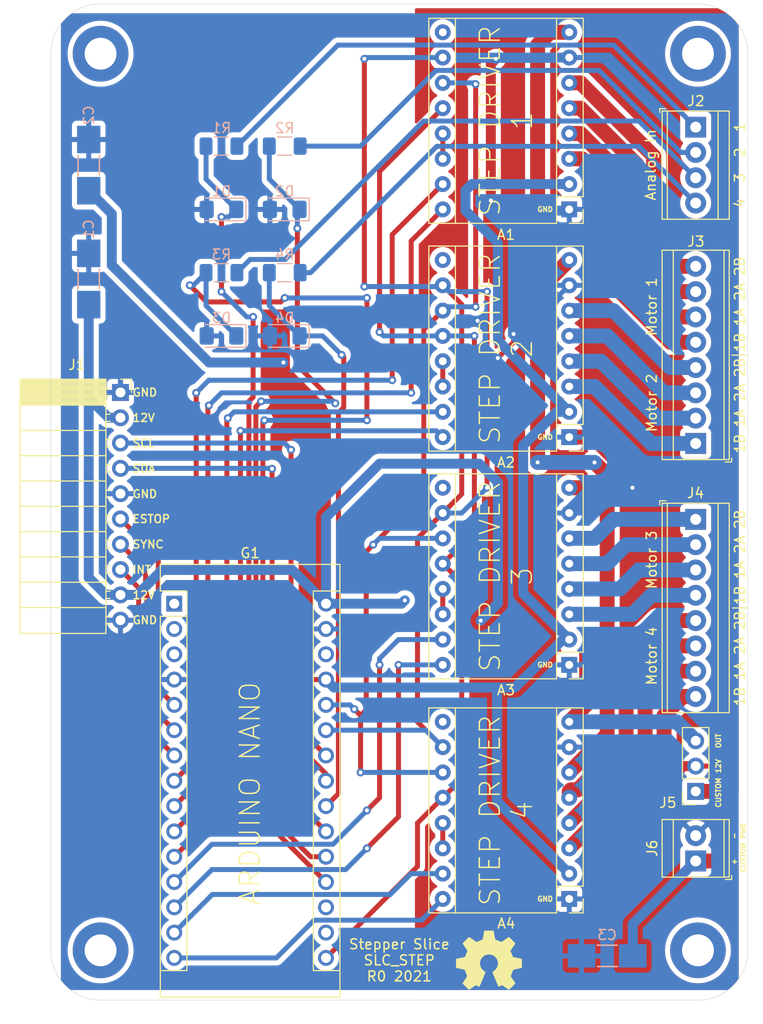
<source format=kicad_pcb>
(kicad_pcb (version 20240108) (generator "pcbnew") (generator_version "8.0")
  (layers (0 "F.Cu" signal) (31 "B.Cu" signal) (34 "B.Paste" user) (35 "F.Paste" user) (36 "B.SilkS" user "B.Silkscreen") (37 "F.SilkS" user "F.Silkscreen") (38 "B.Mask" user) (39 "F.Mask" user) (44 "Edge.Cuts" user))
  (net 0 "")
  (net 1 "GND")
  (net 2 "Net-(A1-Pad13)")
  (net 3 "+5V")
  (net 4 "Net-(A1-Pad9)")
  (net 5 "/I2C_CLK")
  (net 6 "/I2C_DAT")
  (net 7 "/SYNC")
  (net 8 "/E_STOP")
  (net 9 "+12V")
  (net 10 "/INT")
  (net 11 "/DR_1")
  (net 12 "/ST_1")
  (net 13 "/1_2B")
  (net 14 "/1_2A")
  (net 15 "/MS3")
  (net 16 "/1_1A")
  (net 17 "/MS2")
  (net 18 "/1_1B")
  (net 19 "/MS1")
  (net 20 "/DR_2")
  (net 21 "/ST_2")
  (net 22 "Net-(A2-Pad13)")
  (net 23 "/2_2B")
  (net 24 "/2_2A")
  (net 25 "/2_1A")
  (net 26 "/2_1B")
  (net 27 "Net-(A2-Pad9)")
  (net 28 "/DR_3")
  (net 29 "/ST_3")
  (net 30 "Net-(A3-Pad13)")
  (net 31 "/3_2B")
  (net 32 "/3_2A")
  (net 33 "/3_1A")
  (net 34 "/3_1B")
  (net 35 "Net-(A3-Pad9)")
  (net 36 "/DR_4")
  (net 37 "/ST_4")
  (net 38 "Net-(A4-Pad13)")
  (net 39 "/4_2B")
  (net 40 "/4_2A")
  (net 41 "/4_1A")
  (net 42 "/4_1B")
  (net 43 "Net-(A4-Pad9)")
  (net 44 "Net-(G1-Pad1)")
  (net 45 "Net-(G1-Pad17)")
  (net 46 "Net-(G1-Pad2)")
  (net 47 "Net-(G1-Pad18)")
  (net 48 "Net-(G1-Pad3)")
  (net 49 "/AG_1")
  (net 50 "/AG_2")
  (net 51 "/AG_3")
  (net 52 "/AG_4")
  (net 53 "Net-(G1-Pad28)")
  (net 54 "/A_IN4")
  (net 55 "/A_IN3")
  (net 56 "/A_IN2")
  (net 57 "/A_IN1")
  (net 58 "/M_POWER")
  (net 59 "Net-(C3-Pad1)")
  (footprint "MountingHole:MountingHole_3.2mm_M3_DIN965_Pad" (layer "F.Cu") (at 127.6 44.8)
    (property "Reference" "H1" (hide yes))
    (property "Value" "MountingHole")
  )
  (footprint "MountingHole:MountingHole_3.2mm_M3_DIN965_Pad" (layer "F.Cu") (at 187.6 44.8)
    (property "Reference" "H2" (hide yes))
    (property "Value" "MountingHole")
  )
  (footprint "MountingHole:MountingHole_3.2mm_M3_DIN965_Pad" (layer "F.Cu") (at 127.6 134.8)
    (property "Reference" "H3" (hide yes))
    (property "Value" "MountingHole")
  )
  (footprint "MountingHole:MountingHole_3.2mm_M3_DIN965_Pad" (layer "F.Cu") (at 187.6 134.8)
    (property "Reference" "H4" (hide yes))
    (property "Value" "MountingHole")
  )
  (footprint "Module:Arduino_Nano" (layer "F.Cu") (at 135 100)
    (property "Reference" "G1")
    (property "Value" "Arduino_Nano_v3.x")
  )
  (footprint "Connector_PinSocket_2.54mm:PinSocket_1x10_P2.54mm_Horizontal" (layer "F.Cu") (at 129.6 78.8)
    (property "Reference" "J1")
    (property "Value" "Conn_01x10_Female")
  )
  (footprint "Symbol:OSHW-Symbol_6.7x6mm_SilkScreen" (layer "F.Cu") (at 166.6 135.8)
    (property "Reference" "Logo1" (hide yes))
    (property "Value" "Logo_Open_Hardware_Small" (hide yes))
  )
  (footprint "Module:Pololu_Breakout-16_15.2x20.3mm" (layer "F.Cu") (at 174.67 60.425 180)
    (property "Reference" "A1")
    (property "Value" "Pololu_Breakout_A4988")
  )
  (footprint "Module:Pololu_Breakout-16_15.2x20.3mm" (layer "F.Cu") (at 174.67 83.285 180)
    (property "Reference" "A2")
    (property "Value" "Pololu_Breakout_A4988")
  )
  (footprint "Module:Pololu_Breakout-16_15.2x20.3mm" (layer "F.Cu") (at 174.67 106.145 180)
    (property "Reference" "A3")
    (property "Value" "Pololu_Breakout_A4988")
  )
  (footprint "Module:Pololu_Breakout-16_15.2x20.3mm" (layer "F.Cu") (at 174.67 129.64 180)
    (property "Reference" "A4")
    (property "Value" "Pololu_Breakout_A4988")
  )
  (footprint "TerminalBlock_TE-Connectivity:TerminalBlock_TE_282834-4_1x04_P2.54mm_Horizontal" (layer "F.Cu") (at 187.37 52.17 -90)
    (property "Reference" "J2")
    (property "Value" "Screw_Terminal_01x04")
  )
  (footprint "TerminalBlock_TE-Connectivity:TerminalBlock_TE_282834-8_1x08_P2.54mm_Horizontal" (layer "F.Cu") (at 187.37 83.92 90)
    (property "Reference" "J3")
    (property "Value" "Screw_Terminal_01x08")
  )
  (footprint "TerminalBlock_TE-Connectivity:TerminalBlock_TE_282834-8_1x08_P2.54mm_Horizontal" (layer "F.Cu") (at 187.37 91.54 -90)
    (property "Reference" "J4")
    (property "Value" "Screw_Terminal_01x08")
  )
  (footprint "Connector_PinSocket_2.54mm:PinSocket_1x03_P2.54mm_Vertical" (layer "F.Cu") (at 187.37 118.845 180)
    (property "Reference" "J5")
    (property "Value" "Conn_01x03_Male")
  )
  (footprint "TerminalBlock_TE-Connectivity:TerminalBlock_TE_282834-2_1x02_P2.54mm_Horizontal" (layer "F.Cu") (at 187.37 125.83 90)
    (property "Reference" "J6")
    (property "Value" "Screw_Terminal_01x02")
  )
  (footprint "OCI_UPL_FOOTPRINTS:C_2312" (layer "B.Cu") (at 126.41 55.98 90)
    (property "Reference" "C2")
    (property "Value" "10uF_t")
  )
  (footprint "OCI_UPL_FOOTPRINTS:C_2312" (layer "B.Cu") (at 126.41 67.41 90)
    (property "Reference" "C1")
    (property "Value" "10uF_t")
  )
  (footprint "Diode_SMD:D_1206_3216Metric_Pad1.42x1.75mm_HandSolder" (layer "B.Cu") (at 139.745 60.425 180)
    (property "Reference" "D1")
    (property "Value" "5V")
  )
  (footprint "Diode_SMD:D_1206_3216Metric_Pad1.42x1.75mm_HandSolder" (layer "B.Cu") (at 146.095 60.425 180)
    (property "Reference" "D2")
    (property "Value" "5V")
  )
  (footprint "Diode_SMD:D_1206_3216Metric_Pad1.42x1.75mm_HandSolder" (layer "B.Cu") (at 139.745 73.125 180)
    (property "Reference" "D3")
    (property "Value" "5V")
  )
  (footprint "Diode_SMD:D_1206_3216Metric_Pad1.42x1.75mm_HandSolder" (layer "B.Cu") (at 146.095 73.125 180)
    (property "Reference" "D4")
    (property "Value" "5V")
  )
  (footprint "Resistor_SMD:R_1206_3216Metric_Pad1.30x1.75mm_HandSolder" (layer "B.Cu") (at 139.745 54.075 180)
    (property "Reference" "R1")
    (property "Value" "1k")
  )
  (footprint "Resistor_SMD:R_1206_3216Metric_Pad1.30x1.75mm_HandSolder" (layer "B.Cu") (at 146.095 54.075 180)
    (property "Reference" "R2")
    (property "Value" "1k")
  )
  (footprint "Resistor_SMD:R_1206_3216Metric_Pad1.30x1.75mm_HandSolder" (layer "B.Cu") (at 139.745 66.775 180)
    (property "Reference" "R3")
    (property "Value" "1k")
  )
  (footprint "Resistor_SMD:R_1206_3216Metric_Pad1.30x1.75mm_HandSolder" (layer "B.Cu") (at 146.095 66.775 180)
    (property "Reference" "R4")
    (property "Value" "1k")
  )
  (footprint "OCI_UPL_FOOTPRINTS:C_2312" (layer "B.Cu") (at 178.48 135.355 180)
    (property "Reference" "C3")
    (property "Value" "10uF_t")
  )
  (gr_line (start 191 75.05) (end 192.45 75.05) (stroke (width 0.12)) (layer "F.SilkS"))
  (gr_line (start 191.075 100.43) (end 192.525 100.43) (stroke (width 0.12)) (layer "F.SilkS"))
  (gr_line (start 192.6 44.8) (end 192.6 134.8) (stroke (width 0.05)) (layer "Edge.Cuts"))
  (gr_line (start 127.6 39.8) (end 187.6 39.8) (stroke (width 0.05)) (layer "Edge.Cuts"))
  (gr_line (start 127.6 139.8) (end 187.6 139.8) (stroke (width 0.05)) (layer "Edge.Cuts"))
  (gr_arc (start 122.6 44.8) (mid 124.064466 41.264466) (end 127.6 39.8) (stroke (width 0.05)) (layer "Edge.Cuts"))
  (gr_line (start 122.6 134.8) (end 122.6 44.8) (stroke (width 0.05)) (layer "Edge.Cuts"))
  (gr_arc (start 127.6 139.8) (mid 124.064466 138.335534) (end 122.6 134.8) (stroke (width 0.05)) (layer "Edge.Cuts"))
  (gr_arc (start 192.6 134.8) (mid 191.135534 138.335534) (end 187.6 139.8) (stroke (width 0.05)) (layer "Edge.Cuts"))
  (gr_arc (start 187.6 39.8) (mid 191.135534 41.264466) (end 192.6 44.8) (stroke (width 0.05)) (layer "Edge.Cuts"))
  (gr_text "ESTOP" (at 132.697619 91.5 0) (layer "F.SilkS") (effects (font (size 0.8 0.8))))
  (gr_text "GND" (at 172.25 60.425 0) (layer "F.SilkS") (effects (font (size 0.5 0.5) (thickness 0.125))))
  (gr_text "2B" (at 191.8 76.3 90) (layer "F.SilkS") (effects (font (size 1 1))))
  (gr_text "1A" (at 191.8 81.38 90) (layer "F.SilkS") (effects (font (size 1 1))))
  (gr_text "+" (at 191.25 125.9 90) (layer "F.SilkS") (effects (font (size 0.5 0.5) (thickness 0.125))))
  (gr_text "12V" (at 189.656 116.305 90) (layer "F.SilkS") (effects (font (size 0.5 0.5) (thickness 0.125))))
  (gr_text "2A" (at 191.8 78.84 90) (layer "F.SilkS") (effects (font (size 1 1))))
  (gr_text "1B" (at 191.8 109.3 90) (layer "F.SilkS") (effects (font (size 1 1))))
  (gr_text "INT" (at 131.745238 96.6 0) (layer "F.SilkS") (effects (font (size 0.8 0.8))))
  (gr_text "1B" (at 191.8 83.92 90) (layer "F.SilkS") (effects (font (size 1 1))))
  (gr_text "STEP DRIVER\n3" (at 168.33 97.255001 90) (layer "F.SilkS") (effects (font (size 2 2))))
  (gr_text "SCL" (at 131.935715 83.9 0) (layer "F.SilkS") (effects (font (size 0.8 0.8))))
  (gr_text "Analog In" (at 182.85 55.95 90) (layer "F.SilkS") (effects (font (size 1 1))))
  (gr_text "Stepper Slice\nSLC_STEP\nR0 2021" (at 157.599999 135.8 0) (layer "F.SilkS") (effects (font (size 1 1))))
  (gr_text "Motor 3" (at 182.95 95.604 90) (layer "F.SilkS") (effects (font (size 1 1))))
  (gr_text "2" (at 191.8 54.710001 90) (layer "F.SilkS") (effects (font (size 1 1))))
  (gr_text "GND" (at 132.05 101.65 0) (layer "F.SilkS") (effects (font (size 0.8 0.8))))
  (gr_text "STEP DRIVER\n1" (at 168.33 51.535001 90) (layer "F.SilkS") (effects (font (size 2 2))))
  (gr_text "1A" (at 191.8 106.76 90) (layer "F.SilkS") (effects (font (size 1 1))))
  (gr_text "1A" (at 191.8 96.61 90) (layer "F.SilkS") (effects (font (size 1 1))))
  (gr_text "1B" (at 191.8 73.77 90) (layer "F.SilkS") (effects (font (size 1 1))))
  (gr_text "CUSTOM PWR" (at 192.15 124.5 90) (layer "F.SilkS") (effects (font (size 0.5 0.5) (thickness 0.125))))
  (gr_text "2A" (at 191.8 68.69 90) (layer "F.SilkS") (effects (font (size 1 1))))
  (gr_text "SDA" (at 131.954762 86.45 0) (layer "F.SilkS") (effects (font (size 0.8 0.8))))
  (gr_text "1" (at 191.8 52.170001 90) (layer "F.SilkS") (effects (font (size 1 1))))
  (gr_text "2B" (at 191.8 91.53 90) (layer "F.SilkS") (effects (font (size 1 1))))
  (gr_text "GND" (at 132.05 89 0) (layer "F.SilkS") (effects (font (size 0.8 0.8))))
  (gr_text "2B" (at 191.8 101.68 90) (layer "F.SilkS") (effects (font (size 1 1))))
  (gr_text "2A" (at 191.8 104.22 90) (layer "F.SilkS") (effects (font (size 1 1))))
  (gr_text "1B" (at 191.8 99.15 90) (layer "F.SilkS") (effects (font (size 1 1))))
  (gr_text "Motor 2" (at 182.95 79.85 90) (layer "F.SilkS") (effects (font (size 1 1))))
  (gr_text "CUSTOM" (at 189.656 118.972 90) (layer "F.SilkS") (effects (font (size 0.5 0.5) (thickness 0.125))))
  (gr_text "1A" (at 191.8 71.23 90) (layer "F.SilkS") (effects (font (size 1 1))))
  (gr_text "2A" (at 191.8 94.07 90) (layer "F.SilkS") (effects (font (size 1 1))))
  (gr_text "GND" (at 132.05 78.8 0) (layer "F.SilkS") (effects (font (size 0.8 0.8))))
  (gr_text "STEP DRIVER\n4" (at 168.33 120.750001 90) (layer "F.SilkS") (effects (font (size 2 2))))
  (gr_text "12V" (at 131.935715 99.15 0) (layer "F.SilkS") (effects (font (size 0.8 0.8))))
  (gr_text "3" (at 191.8 57.250001 90) (layer "F.SilkS") (effects (font (size 1 1))))
  (gr_text "SYNC" (at 132.37381 94.05 0) (layer "F.SilkS") (effects (font (size 0.8 0.8))))
  (gr_text "-" (at 191.25 123.3 90) (layer "F.SilkS") (effects (font (size 0.5 0.5) (thickness 0.125))))
  (gr_text "GND" (at 172.25 106.145 0) (layer "F.SilkS") (effects (font (size 0.5 0.5) (thickness 0.125))))
  (gr_text "OUT" (at 189.656 113.765 90) (layer "F.SilkS") (effects (font (size 0.5 0.5) (thickness 0.125))))
  (gr_text "Motor 4" (at 182.95 105.256 90) (layer "F.SilkS") (effects (font (size 1 1))))
  (gr_text "ARDUINO NANO" (at 142.61 119.05 90) (layer "F.SilkS") (effects (font (size 2 2))))
  (gr_text "2B" (at 191.8 66.15 90) (layer "F.SilkS") (effects (font (size 1 1))))
  (gr_text "GND" (at 172.25 83.285 0) (layer "F.SilkS") (effects (font (size 0.5 0.5) (thickness 0.125))))
  (gr_text "Motor 1" (at 182.95 70.198 90) (layer "F.SilkS") (effects (font (size 1 1))))
  (gr_text "STEP DRIVER\n2" (at 168.33 74.395001 90) (layer "F.SilkS") (effects (font (size 2 2))))
  (gr_text "GND" (at 172.25 129.64 0) (layer "F.SilkS") (effects (font (size 0.5 0.5) (thickness 0.125))))
  (gr_text "4" (at 191.8 59.790001 90) (layer "F.SilkS") (effects (font (size 1 1))))
  (gr_text "12V" (at 131.935715 81.35 0) (layer "F.SilkS") (effects (font (size 0.8 0.8))))
  (segment (start 181.02 88.365) (end 181.02 87.230824) (width 1.5) (layer "F.Cu") (net 1))
  (segment (start 169.082 73.76) (end 167.4945 75.3475) (width 0.5) (layer "F.Cu") (net 1))
  (segment (start 181.02 87.230824) (end 177.074176 83.285) (width 1.5) (layer "F.Cu") (net 1))
  (segment (start 177.074176 83.285) (end 174.67 83.285) (width 1.5) (layer "F.Cu") (net 1))
  (segment (start 169.082 72.9345) (end 169.082 73.76) (width 0.5) (layer "F.Cu") (net 1))
  (segment (start 167.304 45.312) (end 166.796 45.82) (width 1) (layer "F.Cu") (net 1))
  (segment (start 166.796 45.82) (end 166.796 59.536) (width 1) (layer "F.Cu") (net 1))
  (via (at 181.02 88.365) (size 0.8) (drill 0.4) (layers "F.Cu" "B.Cu") (net 1))
  (via (at 166.796 59.536) (size 0.8) (drill 0.4) (layers "F.Cu" "B.Cu") (net 1))
  (via (at 167.304 45.312) (size 0.8) (drill 0.4) (layers "F.Cu" "B.Cu") (net 1))
  (via (at 169.082 72.9345) (size 0.8) (drill 0.4) (layers "F.Cu" "B.Cu") (net 1))
  (via (at 167.4945 75.3475) (size 0.8) (drill 0.4) (layers "F.Cu" "B.Cu") (net 1))
  (via (at 165.4625 71.601) (size 0.8) (drill 0.4) (layers "F.Cu" "B.Cu") (net 1))
  (segment (start 166.2245 74.0775) (end 166.2245 72.363) (width 0.5) (layer "B.Cu") (net 1))
  (segment (start 167.431 45.185) (end 167.304 45.312) (width 1) (layer "B.Cu") (net 1))
  (segment (start 166.2245 72.363) (end 165.4625 71.601) (width 0.5) (layer "B.Cu") (net 1))
  (segment (start 174.543 60.552) (end 174.67 60.425) (width 1) (layer "B.Cu") (net 1))
  (segment (start 174.67 68.045) (end 169.7805 72.9345) (width 0.5) (layer "B.Cu") (net 1))
  (segment (start 167.812 60.552) (end 174.543 60.552) (width 1) (layer "B.Cu") (net 1))
  (segment (start 166.796 59.536) (end 167.812 60.552) (width 1) (layer "B.Cu") (net 1))
  (segment (start 167.4945 75.3475) (end 166.2245 74.0775) (width 0.5) (layer "B.Cu") (net 1))
  (segment (start 169.7805 72.9345) (end 169.082 72.9345) (width 0.5) (layer "B.Cu") (net 1))
  (segment (start 177.21 88.365) (end 181.02 88.365) (width 1.5) (layer "B.Cu") (net 1))
  (segment (start 174.67 45.185) (end 167.431 45.185) (width 1) (layer "B.Cu") (net 1))
  (segment (start 174.67 90.905) (end 177.21 88.365) (width 1.5) (layer "B.Cu") (net 1))
  (segment (start 161.97 52.805) (end 161.97 55.345) (width 0.5) (layer "F.Cu") (net 2))
  (via (at 145.968 75.792) (size 0.8) (drill 0.4) (layers "F.Cu" "B.Cu") (net 3))
  (segment (start 170.04499 98.97999) (end 170.04499 84.12099) (width 1) (layer "B.Cu") (net 3))
  (segment (start 174.035 103.605) (end 174.67 103.605) (width 1) (layer "B.Cu") (net 3))
  (segment (start 167.419999 108.419999) (end 169.220001 108.419999) (width 1) (layer "B.Cu") (net 3))
  (segment (start 151.039999 108.419999) (end 167.419999 108.419999) (width 1) (layer "B.Cu") (net 3))
  (segment (start 167.515001 63.811001) (end 164.256 60.552) (width 1) (layer "B.Cu") (net 3))
  (segment (start 128.726 60.866) (end 128.726 66.02452) (width 1) (layer "B.Cu") (net 3))
  (segment (start 164.256 60.552) (end 164.256 58.52) (width 1) (layer "B.Cu") (net 3))
  (segment (start 167.419999 119.849999) (end 167.419999 108.419999) (width 1) (layer "B.Cu") (net 3))
  (segment (start 174.67 103.605) (end 170.04499 98.97999) (width 1) (layer "B.Cu") (net 3))
  (segment (start 164.256 58.52) (end 164.891 57.885) (width 1) (layer "B.Cu") (net 3))
  (segment (start 128.726 66.02452) (end 138.49348 75.792) (width 1) (layer "B.Cu") (net 3))
  (segment (start 126.41 58.55) (end 128.726 60.866) (width 1) (layer "B.Cu") (net 3))
  (segment (start 169.220001 108.419999) (end 174.035 103.605) (width 1) (layer "B.Cu") (net 3))
  (segment (start 174.67 80.745) (end 167.515001 73.590001) (width 1) (layer "B.Cu") (net 3))
  (segment (start 173.42098 80.745) (end 174.67 80.745) (width 1) (layer "B.Cu") (net 3))
  (segment (start 150.24 107.62) (end 151.039999 108.419999) (width 1) (layer "B.Cu") (net 3))
  (segment (start 174.67 127.1) (end 167.419999 119.849999) (width 1) (layer "B.Cu") (net 3))
  (segment (start 164.891 57.885) (end 174.67 57.885) (width 1) (layer "B.Cu") (net 3))
  (segment (start 167.515001 73.590001) (end 167.515001 63.811001) (width 1) (layer "B.Cu") (net 3))
  (segment (start 170.04499 84.12099) (end 173.42098 80.745) (width 1) (layer "B.Cu") (net 3))
  (segment (start 138.49348 75.792) (end 145.968 75.792) (width 1) (layer "B.Cu") (net 3))
  (segment (start 146.73 111.73) (end 150.24 115.24) (width 0.5) (layer "F.Cu") (net 5))
  (segment (start 146.73 84.555) (end 146.73 111.73) (width 0.5) (layer "F.Cu") (net 5))
  (via (at 146.73 84.555) (size 0.8) (drill 0.4) (layers "F.Cu" "B.Cu") (net 5))
  (segment (start 146.055 83.88) (end 146.73 84.555) (width 0.5) (layer "B.Cu") (net 5))
  (segment (start 129.6 83.88) (end 146.055 83.88) (width 0.5) (layer "B.Cu") (net 5))
  (segment (start 144.825 111.675002) (end 150.24 117.090002) (width 0.5) (layer "F.Cu") (net 6))
  (segment (start 150.24 117.090002) (end 150.24 117.78) (width 0.5) (layer "F.Cu") (net 6))
  (segment (start 144.825 86.46) (end 144.825 111.675002) (width 0.5) (layer "F.Cu") (net 6))
  (via (at 144.825 86.46) (size 0.8) (drill 0.4) (layers "F.Cu" "B.Cu") (net 6))
  (segment (start 129.6 86.42) (end 144.785 86.42) (width 0.5) (layer "B.Cu") (net 6))
  (segment (start 144.785 86.42) (end 144.825 86.46) (width 0.5) (layer "B.Cu") (net 6))
  (segment (start 131.42499 98.40499) (end 129.6 96.58) (width 0.5) (layer "F.Cu") (net 7))
  (segment (start 131.42499 111.66499) (end 131.42499 98.40499) (width 0.5) (layer "F.Cu") (net 7))
  (segment (start 135 115.24) (end 131.42499 111.66499) (width 0.5) (layer "F.Cu") (net 7))
  (segment (start 133.395 108.555) (end 133.395 95.14207) (width 0.5) (layer "F.Cu") (net 8))
  (segment (start 131.33707 93.23707) (end 129.6 91.5) (width 0.5) (layer "F.Cu") (net 8))
  (segment (start 133.395 95.14207) (end 131.49 93.23707) (width 0.5) (layer "F.Cu") (net 8))
  (segment (start 131.49 93.23707) (end 131.33707 93.23707) (width 0.5) (layer "F.Cu") (net 8))
  (segment (start 135 110.16) (end 133.395 108.555) (width 0.5) (layer "F.Cu") (net 8))
  (segment (start 175.94 132.688) (end 169.844 132.688) (width 1) (layer "F.Cu") (net 9))
  (segment (start 186.167919 116.305) (end 177.972 124.500919) (width 1) (layer "F.Cu") (net 9))
  (segment (start 165.78 128.624) (end 165.78 101.7) (width 1) (layer "F.Cu") (net 9))
  (segment (start 177.972 124.500919) (end 177.972 130.656) (width 1) (layer "F.Cu") (net 9))
  (segment (start 177.972 130.656) (end 175.94 132.688) (width 1) (layer "F.Cu") (net 9))
  (segment (start 187.37 116.305) (end 186.167919 116.305) (width 1) (layer "F.Cu") (net 9))
  (segment (start 169.844 132.688) (end 165.78 128.624) (width 1) (layer "F.Cu") (net 9))
  (via (at 165.78 101.7) (size 0.8) (drill 0.4) (layers "F.Cu" "B.Cu") (net 9))
  (via (at 158.16 99.668) (size 0.8) (drill 0.4) (layers "F.Cu" "B.Cu") (net 9))
  (segment (start 146.86 96.62) (end 150.24 100) (width 1) (layer "B.Cu") (net 9))
  (segment (start 126.41 69.98) (end 126.38 69.98) (width 1) (layer "B.Cu") (net 9))
  (segment (start 126.41 97.382) (end 128.148 99.12) (width 1) (layer "B.Cu") (net 9))
  (segment (start 155.62 85.952) (end 150.24 91.332) (width 1) (layer "B.Cu") (net 9))
  (segment (start 126.41 69.98) (end 126.41 79.352081) (width 1) (layer "B.Cu") (net 9))
  (segment (start 128.148 99.12) (end 129.6 99.12) (width 1) (layer "B.Cu") (net 9))
  (segment (start 165.630002 85.952) (end 155.62 85.952) (width 1) (layer "B.Cu") (net 9))
  (segment (start 150.24 91.332) (end 150.24 100) (width 1) (layer "B.Cu") (net 9))
  (segment (start 129.6 99.12) (end 131.276 99.12) (width 1) (layer "B.Cu") (net 9))
  (segment (start 167.515001 99.964999) (end 167.515001 87.836999) (width 1) (layer "B.Cu") (net 9))
  (segment (start 167.515001 87.836999) (end 165.630002 85.952) (width 1) (layer "B.Cu") (net 9))
  (segment (start 126.41 79.352081) (end 128.397919 81.34) (width 1) (layer "B.Cu") (net 9))
  (segment (start 128.397919 81.34) (end 129.6 81.34) (width 1) (layer "B.Cu") (net 9))
  (segment (start 131.276 99.12) (end 133.776 96.62) (width 1) (layer "B.Cu") (net 9))
  (segment (start 150.24 100) (end 157.828 100) (width 1) (layer "B.Cu") (net 9))
  (segment (start 157.828 100) (end 158.16 99.668) (width 1) (layer "B.Cu") (net 9))
  (segment (start 133.776 96.62) (end 146.86 96.62) (width 1) (layer "B.Cu") (net 9))
  (segment (start 126.41 79.352081) (end 126.41 97.382) (width 1) (layer "B.Cu") (net 9))
  (segment (start 165.78 101.7) (end 167.515001 99.964999) (width 1) (layer "B.Cu") (net 9))
  (segment (start 132.125 96.565) (end 129.6 94.04) (width 0.5) (layer "F.Cu") (net 10))
  (segment (start 135 112.7) (end 132.255 109.955) (width 0.5) (layer "F.Cu") (net 10))
  (segment (start 132.255 109.955) (end 132.255 98.02) (width 0.5) (layer "F.Cu") (net 10))
  (segment (start 132.255 98.02) (end 132.125 97.89) (width 0.5) (layer "F.Cu") (net 10))
  (segment (start 132.125 97.89) (end 132.125 96.565) (width 0.5) (layer "F.Cu") (net 10))
  (segment (start 158.795 63.6) (end 161.97 60.425) (width 0.5) (layer "F.Cu") (net 11))
  (segment (start 138.38 80.205) (end 138.475 80.11) (width 0.5) (layer "F.Cu") (net 11))
  (segment (start 158.795 78.84) (end 158.795 63.6) (width 0.5) (layer "F.Cu") (net 11))
  (segment (start 135 120.32) (end 138.38 116.94) (width 0.5) (layer "F.Cu") (net 11))
  (segment (start 138.38 116.94) (end 138.38 80.205) (width 0.5) (layer "F.Cu") (net 11))
  (via (at 158.795 78.84) (size 0.8) (drill 0.4) (layers "F.Cu" "B.Cu") (net 11))
  (via (at 138.475 80.11) (size 0.8) (drill 0.4) (layers "F.Cu" "B.Cu") (net 11))
  (segment (start 138.475 80.11) (end 139.745 78.84) (width 0.5) (layer "B.Cu") (net 11))
  (segment (start 139.745 78.84) (end 158.795 78.84) (width 0.5) (layer "B.Cu") (net 11))
  (segment (start 137.205 115.575) (end 137.205 78.84) (width 0.5) (layer "F.Cu") (net 12))
  (segment (start 156.89 62.965) (end 161.97 57.885) (width 0.5) (layer "F.Cu") (net 12))
  (segment (start 156.89 77.57) (end 156.89 62.965) (width 0.5) (layer "F.Cu") (net 12))
  (segment (start 135 117.78) (end 137.205 115.575) (width 0.5) (layer "F.Cu") (net 12))
  (via (at 137.205 78.84) (size 0.8) (drill 0.4) (layers "F.Cu" "B.Cu") (net 12))
  (via (at 156.89 77.57) (size 0.8) (drill 0.4) (layers "F.Cu" "B.Cu") (net 12))
  (segment (start 138.475 77.57) (end 156.89 77.57) (width 0.5) (layer "B.Cu") (net 12))
  (segment (start 137.205 78.84) (end 138.475 77.57) (width 0.5) (layer "B.Cu") (net 12))
  (segment (start 183.150019 55.073649) (end 183.150019 63.825019) (width 1.5) (layer "F.Cu") (net 13))
  (segment (start 174.67 47.725) (end 175.80137 47.725) (width 1.5) (layer "F.Cu") (net 13))
  (segment (start 185.465 66.14) (end 187.37 66.14) (width 1.5) (layer "F.Cu") (net 13))
  (segment (start 175.80137 47.725) (end 183.150019 55.073649) (width 1.5) (layer "F.Cu") (net 13))
  (segment (start 183.150019 63.825019) (end 185.465 66.14) (width 1.5) (layer "F.Cu") (net 13))
  (segment (start 175.80137 50.265) (end 181.450009 55.913639) (width 1.5) (layer "F.Cu") (net 14))
  (segment (start 185.465 68.68) (end 187.37 68.68) (width 1.5) (layer "F.Cu") (net 14))
  (segment (start 181.450009 55.913639) (end 181.450009 64.665009) (width 1.5) (layer "F.Cu") (net 14))
  (segment (start 174.67 50.265) (end 175.80137 50.265) (width 1.5) (layer "F.Cu") (net 14))
  (segment (start 181.450009 64.665009) (end 185.465 68.68) (width 1.5) (layer "F.Cu") (net 14))
  (segment (start 165.145 92.81) (end 165.145 73.125) (width 0.5) (layer "F.Cu") (net 15))
  (segment (start 161.97 95.985) (end 165.145 92.81) (width 0.5) (layer "F.Cu") (net 15))
  (segment (start 150.24 135.56) (end 159.43 126.37) (width 0.5) (layer "F.Cu") (net 15))
  (segment (start 159.43 122.02) (end 161.97 119.48) (width 0.5) (layer "F.Cu") (net 15))
  (segment (start 161.97 119.48) (end 163.875 117.575) (width 0.5) (layer "F.Cu") (net 15))
  (segment (start 163.875 117.575) (end 163.875 97.89) (width 0.5) (layer "F.Cu") (net 15))
  (segment (start 163.875 97.89) (end 161.97 95.985) (width 0.5) (layer "F.Cu") (net 15))
  (segment (start 155.62 72.744) (end 155.62 56.615) (width 0.5) (layer "F.Cu") (net 15))
  (segment (start 155.62 56.615) (end 161.97 50.265) (width 0.5) (layer "F.Cu") (net 15))
  (segment (start 159.43 126.37) (end 159.43 122.02) (width 0.5) (layer "F.Cu") (net 15))
  (via (at 165.145 73.125) (size 0.8) (drill 0.4) (layers "F.Cu" "B.Cu") (net 15))
  (via (at 155.62 72.744) (size 0.8) (drill 0.4) (layers "F.Cu" "B.Cu") (net 15))
  (segment (start 165.145 73.125) (end 161.97 73.125) (width 0.5) (layer "B.Cu") (net 15))
  (segment (start 161.97 73.125) (end 156.001 73.125) (width 0.5) (layer "B.Cu") (net 15))
  (segment (start 156.001 73.125) (end 155.62 72.744) (width 0.5) (layer "B.Cu") (net 15))
  (segment (start 185.465 71.22) (end 187.37 71.22) (width 1.5) (layer "F.Cu") (net 16))
  (segment (start 179.75 65.505) (end 185.465 71.22) (width 1.5) (layer "F.Cu") (net 16))
  (segment (start 175.804176 52.805) (end 179.75 56.750824) (width 1.5) (layer "F.Cu") (net 16))
  (segment (start 179.75 56.750824) (end 179.75 65.505) (width 1.5) (layer "F.Cu") (net 16))
  (segment (start 174.67 52.805) (end 175.804176 52.805) (width 1.5) (layer "F.Cu") (net 16))
  (segment (start 165.272 47.852) (end 165.272 70.204) (width 0.5) (layer "F.Cu") (net 17))
  (segment (start 160.065 89) (end 160.065 72.49) (width 0.5) (layer "F.Cu") (net 17))
  (segment (start 154.28001 110.65999) (end 154.28001 94.78499) (width 0.5) (layer "F.Cu") (net 17))
  (segment (start 153.08 110.59) (end 153.715 111.225) (width 0.5) (layer "F.Cu") (net 17))
  (segment (start 154.28001 94.78499) (end 154.985 94.08) (width 0.5) (layer "F.Cu") (net 17))
  (segment (start 161.97 93.445) (end 161.680048 93.734952) (width 0.5) (layer "F.Cu") (net 17))
  (segment (start 160.065 72.49) (end 161.97 70.585) (width 0.5) (layer "F.Cu") (net 17))
  (segment (start 154.985 94.08) (end 160.065 89) (width 0.5) (layer "F.Cu") (net 17))
  (segment (start 153.715 111.225) (end 153.715 116.94) (width 0.5) (layer "F.Cu") (net 17))
  (segment (start 153.715 111.225) (end 154.28001 110.65999) (width 0.5) (layer "F.Cu") (net 17))
  (via (at 153.715 116.94) (size 0.8) (drill 0.4) (layers "F.Cu" "B.Cu") (net 17))
  (via (at 165.272 47.852) (size 0.8) (drill 0.4) (layers "F.Cu" "B.Cu") (net 17))
  (via (at 165.272 70.204) (size 0.8) (drill 0.4) (layers "F.Cu" "B.Cu") (net 17))
  (via (at 154.985 94.08) (size 0.8) (drill 0.4) (layers "F.Cu" "B.Cu") (net 17))
  (via (at 153.08 110.59) (size 0.8) (drill 0.4) (layers "F.Cu" "B.Cu") (net 17))
  (segment (start 165.272 70.204) (end 162.351 70.204) (width 0.5) (layer "B.Cu") (net 17))
  (segment (start 154.985 94.08) (end 155.62 93.445) (width 0.5) (layer "B.Cu") (net 17))
  (segment (start 153.715 116.94) (end 161.97 116.94) (width 0.5) (layer "B.Cu") (net 17))
  (segment (start 150.24 110.16) (end 152.65 110.16) (width 0.5) (layer "B.Cu") (net 17))
  (segment (start 161.97 47.725) (end 165.145 47.725) (width 0.5) (layer "B.Cu") (net 17))
  (segment (start 162.351 70.204) (end 161.97 70.585) (width 0.5) (layer "B.Cu") (net 17))
  (segment (start 165.145 47.725) (end 165.272 47.852) (width 0.5) (layer "B.Cu") (net 17))
  (segment (start 152.65 110.16) (end 153.08 110.59) (width 0.5) (layer "B.Cu") (net 17))
  (segment (start 155.62 93.445) (end 161.97 93.445) (width 0.5) (layer "B.Cu") (net 17))
  (segment (start 184.83 73.76) (end 187.37 73.76) (width 1.5) (layer "F.Cu") (net 18))
  (segment (start 175.94 55.345) (end 177.845 57.25) (width 1.5) (layer "F.Cu") (net 18))
  (segment (start 174.67 55.345) (end 175.94 55.345) (width 1.5) (layer "F.Cu") (net 18))
  (segment (start 177.845 57.25) (end 177.845 66.775) (width 1.5) (layer "F.Cu") (net 18))
  (segment (start 177.845 66.775) (end 184.83 73.76) (width 1.5) (layer "F.Cu") (net 18))
  (segment (start 154.096 45.312) (end 154.096 68.172) (width 0.5) (layer "F.Cu") (net 19))
  (segment (start 159.43 93.445) (end 161.97 90.905) (width 0.5) (layer "F.Cu") (net 19))
  (segment (start 163.875 89) (end 163.875 69.95) (width 0.5) (layer "F.Cu") (net 19))
  (segment (start 166.415 88.365) (end 166.415 68.68) (width 0.5) (layer "F.Cu") (net 19))
  (segment (start 159.43 111.86) (end 159.43 93.445) (width 0.5) (layer "F.Cu") (net 19))
  (segment (start 161.97 90.905) (end 163.875 89) (width 0.5) (layer "F.Cu") (net 19))
  (segment (start 161.97 114.4) (end 159.43 111.86) (width 0.5) (layer "F.Cu") (net 19))
  (segment (start 163.875 69.95) (end 161.97 68.045) (width 0.5) (layer "F.Cu") (net 19))
  (via (at 154.096 68.172) (size 0.8) (drill 0.4) (layers "F.Cu" "B.Cu") (net 19))
  (via (at 166.415 68.68) (size 0.8) (drill 0.4) (layers "F.Cu" "B.Cu") (net 19))
  (via (at 166.415 88.365) (size 0.8) (drill 0.4) (layers "F.Cu" "B.Cu") (net 19))
  (via (at 154.096 45.312) (size 0.8) (drill 0.4) (layers "F.Cu" "B.Cu") (net 19))
  (segment (start 160.27 112.7) (end 161.97 114.4) (width 0.5) (layer "B.Cu") (net 19))
  (segment (start 150.24 112.7) (end 160.27 112.7) (width 0.5) (layer "B.Cu") (net 19))
  (segment (start 163.875 90.905) (end 166.415 88.365) (width 0.5) (layer "B.Cu") (net 19))
  (segment (start 161.97 90.905) (end 163.875 90.905) (width 0.5) (layer "B.Cu") (net 19))
  (segment (start 166.415 68.68) (end 162.605 68.68) (width 0.5) (layer "B.Cu") (net 19))
  (segment (start 162.605 68.68) (end 161.97 68.045) (width 0.5) (layer "B.Cu") (net 19))
  (segment (start 161.97 45.185) (end 154.223 45.185) (width 0.5) (layer "B.Cu") (net 19))
  (segment (start 161.843 68.172) (end 161.97 68.045) (width 0.5) (layer "B.Cu") (net 19))
  (segment (start 154.223 45.185) (end 154.096 45.312) (width 0.5) (layer "B.Cu") (net 19))
  (segment (start 154.096 68.172) (end 161.843 68.172) (width 0.5) (layer "B.Cu") (net 19))
  (segment (start 135 125.4) (end 141.65 118.75) (width 0.5) (layer "F.Cu") (net 20))
  (segment (start 141.65 118.75) (end 141.65 82.65) (width 0.5) (layer "F.Cu") (net 20))
  (via (at 141.65 82.65) (size 0.8) (drill 0.4) (layers "F.Cu" "B.Cu") (net 20))
  (segment (start 161.335 82.65) (end 161.97 83.285) (width 0.5) (layer "B.Cu") (net 20))
  (segment (start 141.65 82.65) (end 161.335 82.65) (width 0.5) (layer "B.Cu") (net 20))
  (segment (start 140.285 81.475) (end 140.38 81.38) (width 0.5) (layer "F.Cu") (net 21))
  (segment (start 140.285 117.575) (end 140.285 81.475) (width 0.5) (layer "F.Cu") (net 21))
  (segment (start 135 122.86) (end 140.285 117.575) (width 0.5) (layer "F.Cu") (net 21))
  (via (at 140.38 81.38) (size 0.8) (drill 0.4) (layers "F.Cu" "B.Cu") (net 21))
  (segment (start 141.015 80.745) (end 161.97 80.745) (width 0.5) (layer "B.Cu") (net 21))
  (segment (start 140.38 81.38) (end 141.015 80.745) (width 0.5) (layer "B.Cu") (net 21))
  (segment (start 161.97 75.665) (end 161.97 78.205) (width 0.5) (layer "F.Cu") (net 22))
  (segment (start 184.83 76.3) (end 187.37 76.3) (width 1.5) (layer "B.Cu") (net 23))
  (segment (start 174.67 70.585) (end 179.115 70.585) (width 1.5) (layer "B.Cu") (net 23))
  (segment (start 179.115 70.585) (end 184.83 76.3) (width 1.5) (layer "B.Cu") (net 23))
  (segment (start 178.48 73.125) (end 184.195 78.84) (width 1.5) (layer "B.Cu") (net 24))
  (segment (start 174.67 73.125) (end 178.48 73.125) (width 1.5) (layer "B.Cu") (net 24))
  (segment (start 184.195 78.84) (end 187.37 78.84) (width 1.5) (layer "B.Cu") (net 24))
  (segment (start 177.845 75.665) (end 183.56 81.38) (width 1.5) (layer "B.Cu") (net 25))
  (segment (start 174.67 75.665) (end 177.845 75.665) (width 1.5) (layer "B.Cu") (net 25))
  (segment (start 183.56 81.38) (end 187.37 81.38) (width 1.5) (layer "B.Cu") (net 25))
  (segment (start 174.67 78.205) (end 177.21 78.205) (width 1.5) (layer "B.Cu") (net 26))
  (segment (start 182.925 83.92) (end 187.37 83.92) (width 1.5) (layer "B.Cu") (net 26))
  (segment (start 177.21 78.205) (end 182.925 83.92) (width 1.5) (layer "B.Cu") (net 26))
  (segment (start 157.525 121.385) (end 157.525 106.145) (width 0.5) (layer "F.Cu") (net 28))
  (segment (start 154.35 124.56) (end 157.525 121.385) (width 0.5) (layer "F.Cu") (net 28))
  (via (at 157.525 106.145) (size 0.8) (drill 0.4) (layers "F.Cu" "B.Cu") (net 28))
  (via (at 154.35 124.56) (size 0.8) (drill 0.4) (layers "F.Cu" "B.Cu") (net 28))
  (segment (start 138.790001 126.689999) (end 152.220001 126.689999) (width 0.5) (layer "B.Cu") (net 28))
  (segment (start 135 130.48) (end 138.790001 126.689999) (width 0.5) (layer "B.Cu") (net 28))
  (segment (start 152.220001 126.689999) (end 154.35 124.56) (width 0.5) (layer "B.Cu") (net 28))
  (segment (start 157.525 106.145) (end 161.97 106.145) (width 0.5) (layer "B.Cu") (net 28))
  (segment (start 154.35 120.75) (end 155.62 119.48) (width 0.5) (layer "F.Cu") (net 29))
  (segment (start 155.62 119.48) (end 155.62 106.145) (width 0.5) (layer "F.Cu") (net 29))
  (via (at 154.35 120.75) (size 0.8) (drill 0.4) (layers "F.Cu" "B.Cu") (net 29))
  (via (at 155.62 106.145) (size 0.8) (drill 0.4) (layers "F.Cu" "B.Cu") (net 29))
  (segment (start 135 127.94) (end 138.790001 124.149999) (width 0.5) (layer "B.Cu") (net 29))
  (segment (start 150.950001 124.149999) (end 154.35 120.75) (width 0.5) (layer "B.Cu") (net 29))
  (segment (start 157.525 103.605) (end 161.97 103.605) (width 0.5) (layer "B.Cu") (net 29))
  (segment (start 138.790001 124.149999) (end 150.950001 124.149999) (width 0.5) (layer "B.Cu") (net 29))
  (segment (start 155.62 105.51) (end 157.525 103.605) (width 0.5) (layer "B.Cu") (net 29))
  (segment (start 155.62 106.145) (end 155.62 105.51) (width 0.5) (layer "B.Cu") (net 29))
  (segment (start 161.97 98.525) (end 161.97 101.065) (width 0.5) (layer "F.Cu") (net 30))
  (segment (start 174.67 93.445) (end 177.21 93.445) (width 1.5) (layer "B.Cu") (net 31))
  (segment (start 179.115 91.54) (end 187.37 91.54) (width 1.5) (layer "B.Cu") (net 31))
  (segment (start 177.21 93.445) (end 179.115 91.54) (width 1.5) (layer "B.Cu") (net 31))
  (segment (start 178.48 95.985) (end 180.385 94.08) (width 1.5) (layer "B.Cu") (net 32))
  (segment (start 174.67 95.985) (end 178.48 95.985) (width 1.5) (layer "B.Cu") (net 32))
  (segment (start 180.385 94.08) (end 187.37 94.08) (width 1.5) (layer "B.Cu") (net 32))
  (segment (start 179.75 98.525) (end 181.655 96.62) (width 1.5) (layer "B.Cu") (net 33))
  (segment (start 181.655 96.62) (end 187.37 96.62) (width 1.5) (layer "B.Cu") (net 33))
  (segment (start 174.67 98.525) (end 179.75 98.525) (width 1.5) (layer "B.Cu") (net 33))
  (segment (start 181.02 101.065) (end 182.925 99.16) (width 1.5) (layer "B.Cu") (net 34))
  (segment (start 174.67 101.065) (end 181.02 101.065) (width 1.5) (layer "B.Cu") (net 34))
  (segment (start 182.925 99.16) (end 187.37 99.16) (width 1.5) (layer "B.Cu") (net 34))
  (segment (start 145.255 135.56) (end 149.045001 131.769999) (width 0.5) (layer "B.Cu") (net 36))
  (segment (start 159.840001 131.769999) (end 161.97 129.64) (width 0.5) (layer "B.Cu") (net 36))
  (segment (start 149.045001 131.769999) (end 159.840001 131.769999) (width 0.5) (layer "B.Cu") (net 36))
  (segment (start 135 135.56) (end 145.255 135.56) (width 0.5) (layer "B.Cu") (net 36))
  (segment (start 156.704999 129.190001) (end 158.795 127.1) (width 0.5) (layer "B.Cu") (net 37))
  (segment (start 135 133.02) (end 138.829999 129.190001) (width 0.5) (layer "B.Cu") (net 37))
  (segment (start 158.795 127.1) (end 161.97 127.1) (width 0.5) (layer "B.Cu") (net 37))
  (segment (start 138.829999 129.190001) (end 156.704999 129.190001) (width 0.5) (layer "B.Cu") (net 37))
  (segment (start 161.97 122.02) (end 161.97 124.56) (width 0.5) (layer "F.Cu") (net 38))
  (segment (start 178.48 113.13) (end 178.48 106.78) (width 1.5) (layer "F.Cu") (net 39))
  (segment (start 174.67 116.94) (end 178.48 113.13) (width 1.5) (layer "F.Cu") (net 39))
  (segment (start 183.56 101.7) (end 187.37 101.7) (width 1.5) (layer "F.Cu") (net 39))
  (segment (start 178.48 106.78) (end 183.56 101.7) (width 1.5) (layer "F.Cu") (net 39))
  (segment (start 180.385 113.815002) (end 180.385 107.415) (width 1.5) (layer "F.Cu") (net 40))
  (segment (start 174.824999 118.690001) (end 175.510001 118.690001) (width 1.5) (layer "F.Cu") (net 40))
  (segment (start 174.67 119.48) (end 174.67 118.845) (width 1.5) (layer "F.Cu") (net 40))
  (segment (start 183.56 104.24) (end 187.37 104.24) (width 1.5) (layer "F.Cu") (net 40))
  (segment (start 174.67 118.845) (end 174.824999 118.690001) (width 1.5) (layer "F.Cu") (net 40))
  (segment (start 180.385 107.415) (end 183.56 104.24) (width 1.5) (layer "F.Cu") (net 40))
  (segment (start 175.510001 118.690001) (end 180.385 113.815002) (width 1.5) (layer "F.Cu") (net 40))
  (segment (start 174.67 122.02) (end 182.29 114.4) (width 1.5) (layer "F.Cu") (net 41))
  (segment (start 184.195 106.78) (end 187.37 106.78) (width 1.5) (layer "F.Cu") (net 41))
  (segment (start 182.29 114.4) (end 182.29 108.685) (width 1.5) (layer "F.Cu") (net 41))
  (segment (start 182.29 108.685) (end 184.195 106.78) (width 1.5) (layer "F.Cu") (net 41))
  (segment (start 184.195 115.035) (end 184.195 111.225) (width 1.5) (layer "F.Cu") (net 42))
  (segment (start 174.67 124.56) (end 184.195 115.035) (width 1.5) (layer "F.Cu") (net 42))
  (segment (start 184.195 111.225) (end 186.1 109.32) (width 1.5) (layer "F.Cu") (net 42))
  (segment (start 186.1 109.32) (end 187.37 109.32) (width 1.5) (layer "F.Cu") (net 42))
  (segment (start 135 100) (end 135 100.13) (width 0.5) (layer "B.Cu") (net 44))
  (segment (start 142.500001 79.690001) (end 142.92 79.270002) (width 0.5) (layer "F.Cu") (net 49))
  (segment (start 139.745 68.68) (end 139.745 61.695) (width 0.5) (layer "F.Cu") (net 49))
  (segment (start 142.500001 120.200001) (end 142.500001 79.690001) (width 0.5) (layer "F.Cu") (net 49))
  (segment (start 150.24 127.94) (end 142.500001 120.200001) (width 0.5) (layer "F.Cu") (net 49))
  (segment (start 139.745 61.695) (end 139.745 61.18875) (width 0.5) (layer "F.Cu") (net 49))
  (segment (start 142.92 79.270002) (end 142.92 71.22) (width 0.5) (layer "F.Cu") (net 49))
  (via (at 139.745 61.18875) (size 0.8) (drill 0.4) (layers "F.Cu" "B.Cu") (net 49))
  (via (at 142.92 71.22) (size 0.8) (drill 0.4) (layers "F.Cu" "B.Cu") (net 49))
  (via (at 139.745 68.68) (size 0.8) (drill 0.4) (layers "F.Cu" "B.Cu") (net 49))
  (segment (start 138.195 57.3875) (end 141.2325 60.425) (width 0.5) (layer "B.Cu") (net 49))
  (segment (start 142.92 71.22) (end 142.285 71.22) (width 0.5) (layer "B.Cu") (net 49))
  (segment (start 139.745 61.18875) (end 140.46875 61.18875) (width 0.5) (layer "B.Cu") (net 49))
  (segment (start 138.195 54.075) (end 138.195 57.3875) (width 0.5) (layer "B.Cu") (net 49))
  (segment (start 140.46875 61.18875) (end 141.2325 60.425) (width 0.5) (layer "B.Cu") (net 49))
  (segment (start 142.285 71.22) (end 139.745 68.68) (width 0.5) (layer "B.Cu") (net 49))
  (segment (start 151.175 79.895) (end 147.365 76.085) (width 0.5) (layer "F.Cu") (net 50))
  (segment (start 148.689962 125.4) (end 143.200011 119.910049) (width 0.5) (layer "F.Cu") (net 50))
  (segment (start 143.200011 80.218883) (end 143.728894 79.69) (width 0.5) (layer "F.Cu") (net 50))
  (segment (start 147.365 76.085) (end 147.365 62.33) (width 0.5) (layer "F.Cu") (net 50))
  (segment (start 143.200011 119.910049) (end 143.200011 80.218883) (width 0.5) (layer "F.Cu") (net 50))
  (segment (start 150.24 125.4) (end 148.689962 125.4) (width 0.5) (layer "F.Cu") (net 50))
  (via (at 143.728894 79.69) (size 0.8) (drill 0.4) (layers "F.Cu" "B.Cu") (net 50))
  (via (at 151.175 79.895) (size 0.8) (drill 0.4) (layers "F.Cu" "B.Cu") (net 50))
  (via (at 147.365 62.33) (size 0.8) (drill 0.4) (layers "F.Cu" "B.Cu") (net 50))
  (segment (start 144.545 54.075) (end 144.545 57.3875) (width 0.5) (layer "B.Cu") (net 50))
  (segment (start 150.97 79.69) (end 151.175 79.895) (width 0.5) (layer "B.Cu") (net 50))
  (segment (start 147.365 60.6425) (end 147.5825 60.425) (width 0.5) (layer "B.Cu") (net 50))
  (segment (start 143.728894 79.69) (end 150.97 79.69) (width 0.5) (layer "B.Cu") (net 50))
  (segment (start 144.545 57.3875) (end 147.5825 60.425) (width 0.5) (layer "B.Cu") (net 50))
  (segment (start 147.365 62.33) (end 147.365 60.6425) (width 0.5) (layer "B.Cu") (net 50))
  (segment (start 138.239999 69.714999) (end 136.57 68.045) (width 0.5) (layer "F.Cu") (net 51))
  (segment (start 150.24 122.86) (end 143.900021 116.520021) (width 0.5) (layer "F.Cu") (net 51))
  (segment (start 143.900021 81.74499) (end 144.050011 81.595) (width 0.5) (layer "F.Cu") (net 51))
  (segment (start 146.095 69.315) (end 145.695001 69.714999) (width 0.5) (layer "F.Cu") (net 51))
  (segment (start 145.695001 69.714999) (end 138.239999 69.714999) (width 0.5) (layer "F.Cu") (net 51))
  (segment (start 154.35 81.595) (end 154.35 69.315) (width 0.5) (layer "F.Cu") (net 51))
  (segment (start 143.900021 116.520021) (end 143.900021 81.74499) (width 0.5) (layer "F.Cu") (net 51))
  (via (at 154.35 81.595) (size 0.8) (drill 0.4) (layers "F.Cu" "B.Cu") (net 51))
  (via (at 154.35 69.315) (size 0.8) (drill 0.4) (layers "F.Cu" "B.Cu") (net 51))
  (via (at 144.050011 81.595) (size 0.8) (drill 0.4) (layers "F.Cu" "B.Cu") (net 51))
  (via (at 136.57 68.045) (size 0.8) (drill 0.4) (layers "F.Cu" "B.Cu") (net 51))
  (via (at 146.095 69.315) (size 0.8) (drill 0.4) (layers "F.Cu" "B.Cu") (net 51))
  (segment (start 136.925 68.045) (end 138.195 66.775) (width 0.5) (layer "B.Cu") (net 51))
  (segment (start 136.57 68.045) (end 136.925 68.045) (width 0.5) (layer "B.Cu") (net 51))
  (segment (start 154.35 69.315) (end 146.095 69.315) (width 0.5) (layer "B.Cu") (net 51))
  (segment (start 138.195 70.0875) (end 141.2325 73.125) (width 0.5) (layer "B.Cu") (net 51))
  (segment (start 144.050011 81.595) (end 154.35 81.595) (width 0.5) (layer "B.Cu") (net 51))
  (segment (start 138.195 66.775) (end 138.195 70.0875) (width 0.5) (layer "B.Cu") (net 51))
  (segment (start 151.490001 119.069999) (end 151.490001 80.838001) (width 0.5) (layer "F.Cu") (net 52))
  (segment (start 151.490001 80.838001) (end 152.025001 80.303001) (width 0.5) (layer "F.Cu") (net 52))
  (segment (start 150.24 120.32) (end 151.490001 119.069999) (width 0.5) (layer "F.Cu") (net 52))
  (segment (start 152.025001 75.245001) (end 151.81 75.03) (width 0.5) (layer "F.Cu") (net 52))
  (segment (start 152.025001 80.303001) (end 152.025001 75.245001) (width 0.5) (layer "F.Cu") (net 52))
  (via (at 151.81 75.03) (size 0.8) (drill 0.4) (layers "F.Cu" "B.Cu") (net 52))
  (segment (start 151.81 75.03) (end 149.905 73.125) (width 0.5) (layer "B.Cu") (net 52))
  (segment (start 149.905 73.125) (end 147.5825 73.125) (width 0.5) (layer "B.Cu") (net 52))
  (segment (start 144.545 70.0875) (end 147.5825 73.125) (width 0.5) (layer "B.Cu") (net 52))
  (segment (start 144.545 66.775) (end 144.545 70.0875) (width 0.5) (layer "B.Cu") (net 52))
  (segment (start 181.674999 54.094999) (end 187.37 59.79) (width 0.5) (layer "B.Cu") (net 54))
  (segment (start 147.645 66.775) (end 148.689998 66.775) (width 0.5) (layer "B.Cu") (net 54))
  (segment (start 148.689998 66.775) (end 161.369999 54.094999) (width 0.5) (layer "B.Cu") (net 54))
  (segment (start 161.369999 54.094999) (end 181.674999 54.094999) (width 0.5) (layer "B.Cu") (net 54))
  (segment (start 146.15001 65.44999) (end 160.045001 51.554999) (width 0.5) (layer "B.Cu") (net 55))
  (segment (start 160.045001 51.554999) (end 181.674999 51.554999) (width 0.5) (layer "B.Cu") (net 55))
  (segment (start 142.62001 65.44999) (end 146.15001 65.44999) (width 0.5) (layer "B.Cu") (net 55))
  (segment (start 141.295 66.775) (end 142.62001 65.44999) (width 0.5) (layer "B.Cu") (net 55))
  (segment (start 181.674999 51.554999) (end 187.37 57.25) (width 0.5) (layer "B.Cu") (net 55))
  (segment (start 147.645 54.075) (end 153.715 54.075) (width 0.5) (layer "B.Cu") (net 56))
  (segment (start 177.650075 46.474999) (end 185.885076 54.71) (width 0.5) (layer "B.Cu") (net 56))
  (segment (start 185.885076 54.71) (end 187.37 54.71) (width 0.5) (layer "B.Cu") (net 56))
  (segment (start 161.315001 46.474999) (end 177.650075 46.474999) (width 0.5) (layer "B.Cu") (net 56))
  (segment (start 153.715 54.075) (end 161.315001 46.474999) (width 0.5) (layer "B.Cu") (net 56))
  (segment (start 141.295 54.075) (end 151.435001 43.934999) (width 0.5) (layer "B.Cu") (net 57))
  (segment (start 179.134999 43.934999) (end 187.37 52.17) (width 0.5) (layer "B.Cu") (net 57))
  (segment (start 151.435001 43.934999) (end 179.134999 43.934999) (width 0.5) (layer "B.Cu") (net 57))
  (segment (start 171.495 68.68) (end 171.495 43.915) (width 1.5) (layer "F.Cu") (net 58))
  (segment (start 171.495 68.68) (end 174.67 65.505) (width 1.5) (layer "F.Cu") (net 58))
  (segment (start 171.495 43.915) (end 172.765 42.645) (width 1.5) (layer "F.Cu") (net 58))
  (segment (start 178.48 89.635) (end 178.48 87.095) (width 1.5) (layer "F.Cu") (net 58))
  (segment (start 178.48 102.97) (end 178.48 89.635) (width 1.5) (layer "F.Cu") (net 58))
  (segment (start 176.420001 105.029999) (end 178.48 102.97) (width 1.5) (layer "F.Cu") (net 58))
  (segment (start 174.67 111.86) (end 176.420001 110.109999) (width 1.5) (layer "F.Cu") (net 58))
  (segment (start 171.495 85.825) (end 171.495 68.68) (width 1.5) (layer "F.Cu") (net 58))
  (segment (start 176.420001 110.109999) (end 176.420001 105.029999) (width 1.5) (layer "F.Cu") (net 58))
  (segment (start 178.48 89.635) (end 177.21 88.365) (width 1.5) (layer "F.Cu") (net 58))
  (segment (start 172.765 42.645) (end 174.67 42.645) (width 1.5) (layer "F.Cu") (net 58))
  (segment (start 178.48 87.095) (end 177.21 85.825) (width 1.5) (layer "F.Cu") (net 58))
  (segment (start 177.21 88.365) (end 174.67 88.365) (width 1.5) (layer "F.Cu") (net 58))
  (via (at 171.495 85.825) (size 0.8) (drill 0.4) (layers "F.Cu" "B.Cu") (net 58))
  (via (at 177.21 85.825) (size 0.8) (drill 0.4) (layers "F.Cu" "B.Cu") (net 58))
  (segment (start 185.465 111.86) (end 187.37 113.765) (width 1.5) (layer "B.Cu") (net 58))
  (segment (start 174.67 111.86) (end 185.465 111.86) (width 1.5) (layer "B.Cu") (net 58))
  (segment (start 177.21 85.825) (end 171.495 85.825) (width 1.5) (layer "B.Cu") (net 58))
  (segment (start 190.545 120.115) (end 190.545 125.205) (width 1.5) (layer "F.Cu") (net 59))
  (segment (start 189.275 118.845) (end 190.545 120.115) (width 1.5) (layer "F.Cu") (net 59))
  (segment (start 187.37 118.845) (end 189.275 118.845) (width 1.5) (layer "F.Cu") (net 59))
  (segment (start 190.545 125.205) (end 189.92 125.83) (width 1.5) (layer "F.Cu") (net 59))
  (segment (start 189.92 125.83) (end 187.37 125.83) (width 1.5) (layer "F.Cu") (net 59))
  (segment (start 181.05 135.355) (end 181.05 132.15) (width 1) (layer "B.Cu") (net 59))
  (segment (start 181.05 132.15) (end 187.37 125.83) (width 1) (layer "B.Cu") (net 59))
  (zone (net 9) (net_name "+12V") (layer "F.Cu") (connect_pads (clearance 0.508)) (min_thickness 0.254) (fill yes (thermal_gap 0.508) (thermal_bridge_width 0.508))
    (polygon (pts (xy 191.688 138.784) (xy 159.176 138.784) (xy 159.176 40.232) (xy 191.688 40.232)))
  )
  (zone (net 3) (net_name "+5V") (layer "F.Cu") (connect_pads (clearance 0.508)) (min_thickness 0.254) (fill yes (thermal_gap 0.508) (thermal_bridge_width 0.508))
    (polygon (pts (xy 156.636 138.784) (xy 123.616 138.784) (xy 124.124 40.232) (xy 156.636 40.232)))
  )
  (zone (net 1) (net_name "GND") (layer "B.Cu") (connect_pads (clearance 0.508)) (min_thickness 0.254) (fill yes (thermal_gap 0.508) (thermal_bridge_width 0.508))
    (polygon (pts (xy 191.688 138.784) (xy 123.616 138.784) (xy 123.616 40.74) (xy 191.688 40.74)))
  )
)
</source>
